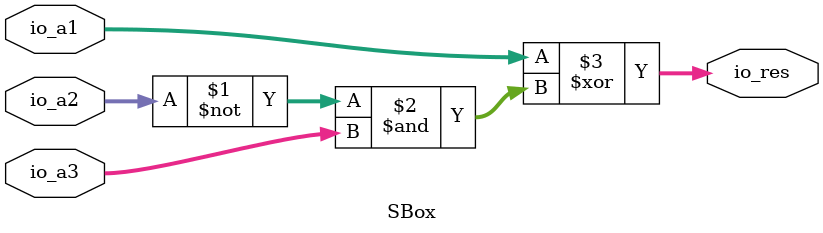
<source format=v>

`timescale 1ns/1ps 

module KECCAK (
  input               io_clk,
  input               io_reset,
  input               io_enable,
  input      [1599:0] io_keccakIn,
  output     [1599:0] io_keccakOut,
  output reg          io_done
);
  localparam States_sIdle = 2'd0;
  localparam States_sExecute = 2'd1;
  localparam States_sDone = 2'd2;

  wire       [1599:0] r_theta_io_thetaOut;
  wire       [1599:0] r_rhopi_io_rhoOut;
  wire       [1599:0] r_chi_io_chiOut;
  wire       [1599:0] r_iota_io_iotaOut;
  wire       [4:0]    _zz_r_roundCounter_valueNext;
  wire       [0:0]    _zz_r_roundCounter_valueNext_1;
  reg        [1599:0] r_state;
  reg                 r_roundCounter_willIncrement;
  reg                 r_roundCounter_willClear;
  reg        [4:0]    r_roundCounter_valueNext;
  reg        [4:0]    r_roundCounter_value;
  wire                r_roundCounter_willOverflowIfInc;
  wire                r_roundCounter_willOverflow;
  wire       [1599:0] r_thetaIn;
  wire       [1599:0] r_thetaOut;
  wire       [1599:0] r_rhoOut;
  wire       [1599:0] r_chiOut;
  wire       [1599:0] r_iotaOut;
  wire       [63:0]   r_current_0_0;
  wire       [63:0]   r_current_0_1;
  wire       [63:0]   r_current_0_2;
  wire       [63:0]   r_current_0_3;
  wire       [63:0]   r_current_0_4;
  wire       [63:0]   r_current_1_0;
  wire       [63:0]   r_current_1_1;
  wire       [63:0]   r_current_1_2;
  wire       [63:0]   r_current_1_3;
  wire       [63:0]   r_current_1_4;
  wire       [63:0]   r_current_2_0;
  wire       [63:0]   r_current_2_1;
  wire       [63:0]   r_current_2_2;
  wire       [63:0]   r_current_2_3;
  wire       [63:0]   r_current_2_4;
  wire       [63:0]   r_current_3_0;
  wire       [63:0]   r_current_3_1;
  wire       [63:0]   r_current_3_2;
  wire       [63:0]   r_current_3_3;
  wire       [63:0]   r_current_3_4;
  wire       [63:0]   r_current_4_0;
  wire       [63:0]   r_current_4_1;
  wire       [63:0]   r_current_4_2;
  wire       [63:0]   r_current_4_3;
  wire       [63:0]   r_current_4_4;
  reg        [1:0]    r_keccakState;
  `ifndef SYNTHESIS
  reg [63:0] r_keccakState_string;
  `endif


  assign _zz_r_roundCounter_valueNext_1 = r_roundCounter_willIncrement;
  assign _zz_r_roundCounter_valueNext = {4'd0, _zz_r_roundCounter_valueNext_1};
  Theta r_theta (
    .io_thetaIn     (r_thetaIn[1599:0]            ), //i
    .io_thetaOut    (r_theta_io_thetaOut[1599:0]  )  //o
  );
  RhoPi r_rhopi (
    .io_rhoIn     (r_thetaOut[1599:0]         ), //i
    .io_rhoOut    (r_rhopi_io_rhoOut[1599:0]  )  //o
  );
  Chi r_chi (
    .io_chiIn     (r_rhoOut[1599:0]         ), //i
    .io_chiOut    (r_chi_io_chiOut[1599:0]  )  //o
  );
  Iota r_iota (
    .io_iotaIn     (r_chiOut[1599:0]           ), //i
    .io_round      (r_roundCounter_value[4:0]  ), //i
    .io_iotaOut    (r_iota_io_iotaOut[1599:0]  )  //o
  );
  `ifndef SYNTHESIS
  always @(*) begin
    case(r_keccakState)
      States_sIdle : r_keccakState_string = "sIdle   ";
      States_sExecute : r_keccakState_string = "sExecute";
      States_sDone : r_keccakState_string = "sDone   ";
      default : r_keccakState_string = "????????";
    endcase
  end
  `endif

  always @(*) begin
    io_done = 1'b0;
    case(r_keccakState)
      States_sIdle : begin
      end
      States_sExecute : begin
      end
      default : begin
        io_done = 1'b1;
      end
    endcase
  end

  always @(*) begin
    r_roundCounter_willIncrement = 1'b0;
    case(r_keccakState)
      States_sIdle : begin
      end
      States_sExecute : begin
        r_roundCounter_willIncrement = 1'b1;
      end
      default : begin
      end
    endcase
  end

  always @(*) begin
    r_roundCounter_willClear = 1'b0;
    case(r_keccakState)
      States_sIdle : begin
        r_roundCounter_willClear = 1'b1;
      end
      States_sExecute : begin
      end
      default : begin
      end
    endcase
  end

  assign r_roundCounter_willOverflowIfInc = (r_roundCounter_value == 5'h17);
  assign r_roundCounter_willOverflow = (r_roundCounter_willOverflowIfInc && r_roundCounter_willIncrement);
  always @(*) begin
    if(r_roundCounter_willOverflow) begin
      r_roundCounter_valueNext = 5'h0;
    end else begin
      r_roundCounter_valueNext = (r_roundCounter_value + _zz_r_roundCounter_valueNext);
    end
    if(r_roundCounter_willClear) begin
      r_roundCounter_valueNext = 5'h0;
    end
  end

  assign r_current_0_0 = r_iotaOut[1599 : 1536];
  assign r_current_0_1 = r_iotaOut[1535 : 1472];
  assign r_current_0_2 = r_iotaOut[1471 : 1408];
  assign r_current_0_3 = r_iotaOut[1407 : 1344];
  assign r_current_0_4 = r_iotaOut[1343 : 1280];
  assign r_current_1_0 = r_iotaOut[1279 : 1216];
  assign r_current_1_1 = r_iotaOut[1215 : 1152];
  assign r_current_1_2 = r_iotaOut[1151 : 1088];
  assign r_current_1_3 = r_iotaOut[1087 : 1024];
  assign r_current_1_4 = r_iotaOut[1023 : 960];
  assign r_current_2_0 = r_iotaOut[959 : 896];
  assign r_current_2_1 = r_iotaOut[895 : 832];
  assign r_current_2_2 = r_iotaOut[831 : 768];
  assign r_current_2_3 = r_iotaOut[767 : 704];
  assign r_current_2_4 = r_iotaOut[703 : 640];
  assign r_current_3_0 = r_iotaOut[639 : 576];
  assign r_current_3_1 = r_iotaOut[575 : 512];
  assign r_current_3_2 = r_iotaOut[511 : 448];
  assign r_current_3_3 = r_iotaOut[447 : 384];
  assign r_current_3_4 = r_iotaOut[383 : 320];
  assign r_current_4_0 = r_iotaOut[319 : 256];
  assign r_current_4_1 = r_iotaOut[255 : 192];
  assign r_current_4_2 = r_iotaOut[191 : 128];
  assign r_current_4_3 = r_iotaOut[127 : 64];
  assign r_current_4_4 = r_iotaOut[63 : 0];
  assign io_keccakOut = r_state;
  assign r_thetaIn = r_state;
  assign r_thetaOut = r_theta_io_thetaOut;
  assign r_rhoOut = r_rhopi_io_rhoOut;
  assign r_chiOut = r_chi_io_chiOut;
  assign r_iotaOut = r_iota_io_iotaOut;
  always @(posedge io_clk or posedge io_reset) begin
    if(io_reset) begin
      r_state <= 1600'h0;
      r_roundCounter_value <= 5'h0;
      r_keccakState <= States_sIdle;
    end else begin
      r_roundCounter_value <= r_roundCounter_valueNext;
      r_state <= r_iotaOut;
      case(r_keccakState)
        States_sIdle : begin
          r_keccakState <= States_sIdle;
          if(io_enable) begin
            r_state <= io_keccakIn;
            r_keccakState <= States_sExecute;
          end
        end
        States_sExecute : begin
          r_keccakState <= States_sExecute;
          if(r_roundCounter_willOverflow) begin
            r_keccakState <= States_sDone;
          end
        end
        default : begin
          r_keccakState <= States_sDone;
        end
      endcase
    end
  end


endmodule

module Iota (
  input      [1599:0] io_iotaIn,
  input      [4:0]    io_round,
  output     [1599:0] io_iotaOut
);

  wire       [63:0]   roundConstant;
  reg        [63:0]   _zz_roundConstant;

  always @(*) begin
    case(io_round)
      5'h0 : begin
        _zz_roundConstant = 64'h0000000000000001;
      end
      5'h01 : begin
        _zz_roundConstant = 64'h0000000000008082;
      end
      5'h02 : begin
        _zz_roundConstant = 64'h800000000000808a;
      end
      5'h03 : begin
        _zz_roundConstant = 64'h8000000080008000;
      end
      5'h04 : begin
        _zz_roundConstant = 64'h000000000000808b;
      end
      5'h05 : begin
        _zz_roundConstant = 64'h0000000080000001;
      end
      5'h06 : begin
        _zz_roundConstant = 64'h8000000080008081;
      end
      5'h07 : begin
        _zz_roundConstant = 64'h8000000000008009;
      end
      5'h08 : begin
        _zz_roundConstant = 64'h000000000000008a;
      end
      5'h09 : begin
        _zz_roundConstant = 64'h0000000000000088;
      end
      5'h0a : begin
        _zz_roundConstant = 64'h0000000080008009;
      end
      5'h0b : begin
        _zz_roundConstant = 64'h000000008000000a;
      end
      5'h0c : begin
        _zz_roundConstant = 64'h000000008000808b;
      end
      5'h0d : begin
        _zz_roundConstant = 64'h800000000000008b;
      end
      5'h0e : begin
        _zz_roundConstant = 64'h8000000000008089;
      end
      5'h0f : begin
        _zz_roundConstant = 64'h8000000000008003;
      end
      5'h10 : begin
        _zz_roundConstant = 64'h8000000000008002;
      end
      5'h11 : begin
        _zz_roundConstant = 64'h8000000000000080;
      end
      5'h12 : begin
        _zz_roundConstant = 64'h000000000000800a;
      end
      5'h13 : begin
        _zz_roundConstant = 64'h800000008000000a;
      end
      5'h14 : begin
        _zz_roundConstant = 64'h8000000080008081;
      end
      5'h15 : begin
        _zz_roundConstant = 64'h8000000000008080;
      end
      5'h16 : begin
        _zz_roundConstant = 64'h0000000080000001;
      end
      5'h17 : begin
        _zz_roundConstant = 64'h8000000080008008;
      end
      default : begin
        _zz_roundConstant = 64'h0;
      end
    endcase
  end

  assign roundConstant = _zz_roundConstant;
  assign io_iotaOut = {(io_iotaIn[1599 : 1536] ^ roundConstant),io_iotaIn[1535 : 0]};

endmodule

module Chi (
  input      [1599:0] io_chiIn,
  output reg [1599:0] io_chiOut
);

  wire       [63:0]   sBox_25_io_a1;
  wire       [63:0]   sBox_25_io_a2;
  wire       [63:0]   sBox_25_io_a3;
  wire       [63:0]   sBox_26_io_a1;
  wire       [63:0]   sBox_26_io_a2;
  wire       [63:0]   sBox_26_io_a3;
  wire       [63:0]   sBox_27_io_a1;
  wire       [63:0]   sBox_27_io_a2;
  wire       [63:0]   sBox_27_io_a3;
  wire       [63:0]   sBox_28_io_a1;
  wire       [63:0]   sBox_28_io_a2;
  wire       [63:0]   sBox_28_io_a3;
  wire       [63:0]   sBox_29_io_a1;
  wire       [63:0]   sBox_29_io_a2;
  wire       [63:0]   sBox_29_io_a3;
  wire       [63:0]   sBox_30_io_a1;
  wire       [63:0]   sBox_30_io_a2;
  wire       [63:0]   sBox_30_io_a3;
  wire       [63:0]   sBox_31_io_a1;
  wire       [63:0]   sBox_31_io_a2;
  wire       [63:0]   sBox_31_io_a3;
  wire       [63:0]   sBox_32_io_a1;
  wire       [63:0]   sBox_32_io_a2;
  wire       [63:0]   sBox_32_io_a3;
  wire       [63:0]   sBox_33_io_a1;
  wire       [63:0]   sBox_33_io_a2;
  wire       [63:0]   sBox_33_io_a3;
  wire       [63:0]   sBox_34_io_a1;
  wire       [63:0]   sBox_34_io_a2;
  wire       [63:0]   sBox_34_io_a3;
  wire       [63:0]   sBox_35_io_a1;
  wire       [63:0]   sBox_35_io_a2;
  wire       [63:0]   sBox_35_io_a3;
  wire       [63:0]   sBox_36_io_a1;
  wire       [63:0]   sBox_36_io_a2;
  wire       [63:0]   sBox_36_io_a3;
  wire       [63:0]   sBox_37_io_a1;
  wire       [63:0]   sBox_37_io_a2;
  wire       [63:0]   sBox_37_io_a3;
  wire       [63:0]   sBox_38_io_a1;
  wire       [63:0]   sBox_38_io_a2;
  wire       [63:0]   sBox_38_io_a3;
  wire       [63:0]   sBox_39_io_a1;
  wire       [63:0]   sBox_39_io_a2;
  wire       [63:0]   sBox_39_io_a3;
  wire       [63:0]   sBox_40_io_a1;
  wire       [63:0]   sBox_40_io_a2;
  wire       [63:0]   sBox_40_io_a3;
  wire       [63:0]   sBox_41_io_a1;
  wire       [63:0]   sBox_41_io_a2;
  wire       [63:0]   sBox_41_io_a3;
  wire       [63:0]   sBox_42_io_a1;
  wire       [63:0]   sBox_42_io_a2;
  wire       [63:0]   sBox_42_io_a3;
  wire       [63:0]   sBox_43_io_a1;
  wire       [63:0]   sBox_43_io_a2;
  wire       [63:0]   sBox_43_io_a3;
  wire       [63:0]   sBox_44_io_a1;
  wire       [63:0]   sBox_44_io_a2;
  wire       [63:0]   sBox_44_io_a3;
  wire       [63:0]   sBox_45_io_a1;
  wire       [63:0]   sBox_45_io_a2;
  wire       [63:0]   sBox_45_io_a3;
  wire       [63:0]   sBox_46_io_a1;
  wire       [63:0]   sBox_46_io_a2;
  wire       [63:0]   sBox_46_io_a3;
  wire       [63:0]   sBox_47_io_a1;
  wire       [63:0]   sBox_47_io_a2;
  wire       [63:0]   sBox_47_io_a3;
  wire       [63:0]   sBox_48_io_a1;
  wire       [63:0]   sBox_48_io_a2;
  wire       [63:0]   sBox_48_io_a3;
  wire       [63:0]   sBox_49_io_a1;
  wire       [63:0]   sBox_49_io_a2;
  wire       [63:0]   sBox_49_io_a3;
  wire       [63:0]   sBox_25_io_res;
  wire       [63:0]   sBox_26_io_res;
  wire       [63:0]   sBox_27_io_res;
  wire       [63:0]   sBox_28_io_res;
  wire       [63:0]   sBox_29_io_res;
  wire       [63:0]   sBox_30_io_res;
  wire       [63:0]   sBox_31_io_res;
  wire       [63:0]   sBox_32_io_res;
  wire       [63:0]   sBox_33_io_res;
  wire       [63:0]   sBox_34_io_res;
  wire       [63:0]   sBox_35_io_res;
  wire       [63:0]   sBox_36_io_res;
  wire       [63:0]   sBox_37_io_res;
  wire       [63:0]   sBox_38_io_res;
  wire       [63:0]   sBox_39_io_res;
  wire       [63:0]   sBox_40_io_res;
  wire       [63:0]   sBox_41_io_res;
  wire       [63:0]   sBox_42_io_res;
  wire       [63:0]   sBox_43_io_res;
  wire       [63:0]   sBox_44_io_res;
  wire       [63:0]   sBox_45_io_res;
  wire       [63:0]   sBox_46_io_res;
  wire       [63:0]   sBox_47_io_res;
  wire       [63:0]   sBox_48_io_res;
  wire       [63:0]   sBox_49_io_res;

  SBox sBox_25 (
    .io_a1     (sBox_25_io_a1[63:0]   ), //i
    .io_a2     (sBox_25_io_a2[63:0]   ), //i
    .io_a3     (sBox_25_io_a3[63:0]   ), //i
    .io_res    (sBox_25_io_res[63:0]  )  //o
  );
  SBox sBox_26 (
    .io_a1     (sBox_26_io_a1[63:0]   ), //i
    .io_a2     (sBox_26_io_a2[63:0]   ), //i
    .io_a3     (sBox_26_io_a3[63:0]   ), //i
    .io_res    (sBox_26_io_res[63:0]  )  //o
  );
  SBox sBox_27 (
    .io_a1     (sBox_27_io_a1[63:0]   ), //i
    .io_a2     (sBox_27_io_a2[63:0]   ), //i
    .io_a3     (sBox_27_io_a3[63:0]   ), //i
    .io_res    (sBox_27_io_res[63:0]  )  //o
  );
  SBox sBox_28 (
    .io_a1     (sBox_28_io_a1[63:0]   ), //i
    .io_a2     (sBox_28_io_a2[63:0]   ), //i
    .io_a3     (sBox_28_io_a3[63:0]   ), //i
    .io_res    (sBox_28_io_res[63:0]  )  //o
  );
  SBox sBox_29 (
    .io_a1     (sBox_29_io_a1[63:0]   ), //i
    .io_a2     (sBox_29_io_a2[63:0]   ), //i
    .io_a3     (sBox_29_io_a3[63:0]   ), //i
    .io_res    (sBox_29_io_res[63:0]  )  //o
  );
  SBox sBox_30 (
    .io_a1     (sBox_30_io_a1[63:0]   ), //i
    .io_a2     (sBox_30_io_a2[63:0]   ), //i
    .io_a3     (sBox_30_io_a3[63:0]   ), //i
    .io_res    (sBox_30_io_res[63:0]  )  //o
  );
  SBox sBox_31 (
    .io_a1     (sBox_31_io_a1[63:0]   ), //i
    .io_a2     (sBox_31_io_a2[63:0]   ), //i
    .io_a3     (sBox_31_io_a3[63:0]   ), //i
    .io_res    (sBox_31_io_res[63:0]  )  //o
  );
  SBox sBox_32 (
    .io_a1     (sBox_32_io_a1[63:0]   ), //i
    .io_a2     (sBox_32_io_a2[63:0]   ), //i
    .io_a3     (sBox_32_io_a3[63:0]   ), //i
    .io_res    (sBox_32_io_res[63:0]  )  //o
  );
  SBox sBox_33 (
    .io_a1     (sBox_33_io_a1[63:0]   ), //i
    .io_a2     (sBox_33_io_a2[63:0]   ), //i
    .io_a3     (sBox_33_io_a3[63:0]   ), //i
    .io_res    (sBox_33_io_res[63:0]  )  //o
  );
  SBox sBox_34 (
    .io_a1     (sBox_34_io_a1[63:0]   ), //i
    .io_a2     (sBox_34_io_a2[63:0]   ), //i
    .io_a3     (sBox_34_io_a3[63:0]   ), //i
    .io_res    (sBox_34_io_res[63:0]  )  //o
  );
  SBox sBox_35 (
    .io_a1     (sBox_35_io_a1[63:0]   ), //i
    .io_a2     (sBox_35_io_a2[63:0]   ), //i
    .io_a3     (sBox_35_io_a3[63:0]   ), //i
    .io_res    (sBox_35_io_res[63:0]  )  //o
  );
  SBox sBox_36 (
    .io_a1     (sBox_36_io_a1[63:0]   ), //i
    .io_a2     (sBox_36_io_a2[63:0]   ), //i
    .io_a3     (sBox_36_io_a3[63:0]   ), //i
    .io_res    (sBox_36_io_res[63:0]  )  //o
  );
  SBox sBox_37 (
    .io_a1     (sBox_37_io_a1[63:0]   ), //i
    .io_a2     (sBox_37_io_a2[63:0]   ), //i
    .io_a3     (sBox_37_io_a3[63:0]   ), //i
    .io_res    (sBox_37_io_res[63:0]  )  //o
  );
  SBox sBox_38 (
    .io_a1     (sBox_38_io_a1[63:0]   ), //i
    .io_a2     (sBox_38_io_a2[63:0]   ), //i
    .io_a3     (sBox_38_io_a3[63:0]   ), //i
    .io_res    (sBox_38_io_res[63:0]  )  //o
  );
  SBox sBox_39 (
    .io_a1     (sBox_39_io_a1[63:0]   ), //i
    .io_a2     (sBox_39_io_a2[63:0]   ), //i
    .io_a3     (sBox_39_io_a3[63:0]   ), //i
    .io_res    (sBox_39_io_res[63:0]  )  //o
  );
  SBox sBox_40 (
    .io_a1     (sBox_40_io_a1[63:0]   ), //i
    .io_a2     (sBox_40_io_a2[63:0]   ), //i
    .io_a3     (sBox_40_io_a3[63:0]   ), //i
    .io_res    (sBox_40_io_res[63:0]  )  //o
  );
  SBox sBox_41 (
    .io_a1     (sBox_41_io_a1[63:0]   ), //i
    .io_a2     (sBox_41_io_a2[63:0]   ), //i
    .io_a3     (sBox_41_io_a3[63:0]   ), //i
    .io_res    (sBox_41_io_res[63:0]  )  //o
  );
  SBox sBox_42 (
    .io_a1     (sBox_42_io_a1[63:0]   ), //i
    .io_a2     (sBox_42_io_a2[63:0]   ), //i
    .io_a3     (sBox_42_io_a3[63:0]   ), //i
    .io_res    (sBox_42_io_res[63:0]  )  //o
  );
  SBox sBox_43 (
    .io_a1     (sBox_43_io_a1[63:0]   ), //i
    .io_a2     (sBox_43_io_a2[63:0]   ), //i
    .io_a3     (sBox_43_io_a3[63:0]   ), //i
    .io_res    (sBox_43_io_res[63:0]  )  //o
  );
  SBox sBox_44 (
    .io_a1     (sBox_44_io_a1[63:0]   ), //i
    .io_a2     (sBox_44_io_a2[63:0]   ), //i
    .io_a3     (sBox_44_io_a3[63:0]   ), //i
    .io_res    (sBox_44_io_res[63:0]  )  //o
  );
  SBox sBox_45 (
    .io_a1     (sBox_45_io_a1[63:0]   ), //i
    .io_a2     (sBox_45_io_a2[63:0]   ), //i
    .io_a3     (sBox_45_io_a3[63:0]   ), //i
    .io_res    (sBox_45_io_res[63:0]  )  //o
  );
  SBox sBox_46 (
    .io_a1     (sBox_46_io_a1[63:0]   ), //i
    .io_a2     (sBox_46_io_a2[63:0]   ), //i
    .io_a3     (sBox_46_io_a3[63:0]   ), //i
    .io_res    (sBox_46_io_res[63:0]  )  //o
  );
  SBox sBox_47 (
    .io_a1     (sBox_47_io_a1[63:0]   ), //i
    .io_a2     (sBox_47_io_a2[63:0]   ), //i
    .io_a3     (sBox_47_io_a3[63:0]   ), //i
    .io_res    (sBox_47_io_res[63:0]  )  //o
  );
  SBox sBox_48 (
    .io_a1     (sBox_48_io_a1[63:0]   ), //i
    .io_a2     (sBox_48_io_a2[63:0]   ), //i
    .io_a3     (sBox_48_io_a3[63:0]   ), //i
    .io_res    (sBox_48_io_res[63:0]  )  //o
  );
  SBox sBox_49 (
    .io_a1     (sBox_49_io_a1[63:0]   ), //i
    .io_a2     (sBox_49_io_a2[63:0]   ), //i
    .io_a3     (sBox_49_io_a3[63:0]   ), //i
    .io_res    (sBox_49_io_res[63:0]  )  //o
  );
  assign sBox_25_io_a1 = io_chiIn[1599 : 1536];
  assign sBox_25_io_a2 = io_chiIn[1535 : 1472];
  assign sBox_25_io_a3 = io_chiIn[1471 : 1408];
  always @(*) begin
    io_chiOut[1599 : 1536] = sBox_25_io_res;
    io_chiOut[1535 : 1472] = sBox_26_io_res;
    io_chiOut[1471 : 1408] = sBox_27_io_res;
    io_chiOut[1407 : 1344] = sBox_28_io_res;
    io_chiOut[1343 : 1280] = sBox_29_io_res;
    io_chiOut[1279 : 1216] = sBox_30_io_res;
    io_chiOut[1215 : 1152] = sBox_31_io_res;
    io_chiOut[1151 : 1088] = sBox_32_io_res;
    io_chiOut[1087 : 1024] = sBox_33_io_res;
    io_chiOut[1023 : 960] = sBox_34_io_res;
    io_chiOut[959 : 896] = sBox_35_io_res;
    io_chiOut[895 : 832] = sBox_36_io_res;
    io_chiOut[831 : 768] = sBox_37_io_res;
    io_chiOut[767 : 704] = sBox_38_io_res;
    io_chiOut[703 : 640] = sBox_39_io_res;
    io_chiOut[639 : 576] = sBox_40_io_res;
    io_chiOut[575 : 512] = sBox_41_io_res;
    io_chiOut[511 : 448] = sBox_42_io_res;
    io_chiOut[447 : 384] = sBox_43_io_res;
    io_chiOut[383 : 320] = sBox_44_io_res;
    io_chiOut[319 : 256] = sBox_45_io_res;
    io_chiOut[255 : 192] = sBox_46_io_res;
    io_chiOut[191 : 128] = sBox_47_io_res;
    io_chiOut[127 : 64] = sBox_48_io_res;
    io_chiOut[63 : 0] = sBox_49_io_res;
  end

  assign sBox_26_io_a1 = io_chiIn[1535 : 1472];
  assign sBox_26_io_a2 = io_chiIn[1471 : 1408];
  assign sBox_26_io_a3 = io_chiIn[1407 : 1344];
  assign sBox_27_io_a1 = io_chiIn[1471 : 1408];
  assign sBox_27_io_a2 = io_chiIn[1407 : 1344];
  assign sBox_27_io_a3 = io_chiIn[1343 : 1280];
  assign sBox_28_io_a1 = io_chiIn[1407 : 1344];
  assign sBox_28_io_a2 = io_chiIn[1343 : 1280];
  assign sBox_28_io_a3 = io_chiIn[1599 : 1536];
  assign sBox_29_io_a1 = io_chiIn[1343 : 1280];
  assign sBox_29_io_a2 = io_chiIn[1599 : 1536];
  assign sBox_29_io_a3 = io_chiIn[1535 : 1472];
  assign sBox_30_io_a1 = io_chiIn[1279 : 1216];
  assign sBox_30_io_a2 = io_chiIn[1215 : 1152];
  assign sBox_30_io_a3 = io_chiIn[1151 : 1088];
  assign sBox_31_io_a1 = io_chiIn[1215 : 1152];
  assign sBox_31_io_a2 = io_chiIn[1151 : 1088];
  assign sBox_31_io_a3 = io_chiIn[1087 : 1024];
  assign sBox_32_io_a1 = io_chiIn[1151 : 1088];
  assign sBox_32_io_a2 = io_chiIn[1087 : 1024];
  assign sBox_32_io_a3 = io_chiIn[1023 : 960];
  assign sBox_33_io_a1 = io_chiIn[1087 : 1024];
  assign sBox_33_io_a2 = io_chiIn[1023 : 960];
  assign sBox_33_io_a3 = io_chiIn[1279 : 1216];
  assign sBox_34_io_a1 = io_chiIn[1023 : 960];
  assign sBox_34_io_a2 = io_chiIn[1279 : 1216];
  assign sBox_34_io_a3 = io_chiIn[1215 : 1152];
  assign sBox_35_io_a1 = io_chiIn[959 : 896];
  assign sBox_35_io_a2 = io_chiIn[895 : 832];
  assign sBox_35_io_a3 = io_chiIn[831 : 768];
  assign sBox_36_io_a1 = io_chiIn[895 : 832];
  assign sBox_36_io_a2 = io_chiIn[831 : 768];
  assign sBox_36_io_a3 = io_chiIn[767 : 704];
  assign sBox_37_io_a1 = io_chiIn[831 : 768];
  assign sBox_37_io_a2 = io_chiIn[767 : 704];
  assign sBox_37_io_a3 = io_chiIn[703 : 640];
  assign sBox_38_io_a1 = io_chiIn[767 : 704];
  assign sBox_38_io_a2 = io_chiIn[703 : 640];
  assign sBox_38_io_a3 = io_chiIn[959 : 896];
  assign sBox_39_io_a1 = io_chiIn[703 : 640];
  assign sBox_39_io_a2 = io_chiIn[959 : 896];
  assign sBox_39_io_a3 = io_chiIn[895 : 832];
  assign sBox_40_io_a1 = io_chiIn[639 : 576];
  assign sBox_40_io_a2 = io_chiIn[575 : 512];
  assign sBox_40_io_a3 = io_chiIn[511 : 448];
  assign sBox_41_io_a1 = io_chiIn[575 : 512];
  assign sBox_41_io_a2 = io_chiIn[511 : 448];
  assign sBox_41_io_a3 = io_chiIn[447 : 384];
  assign sBox_42_io_a1 = io_chiIn[511 : 448];
  assign sBox_42_io_a2 = io_chiIn[447 : 384];
  assign sBox_42_io_a3 = io_chiIn[383 : 320];
  assign sBox_43_io_a1 = io_chiIn[447 : 384];
  assign sBox_43_io_a2 = io_chiIn[383 : 320];
  assign sBox_43_io_a3 = io_chiIn[639 : 576];
  assign sBox_44_io_a1 = io_chiIn[383 : 320];
  assign sBox_44_io_a2 = io_chiIn[639 : 576];
  assign sBox_44_io_a3 = io_chiIn[575 : 512];
  assign sBox_45_io_a1 = io_chiIn[319 : 256];
  assign sBox_45_io_a2 = io_chiIn[255 : 192];
  assign sBox_45_io_a3 = io_chiIn[191 : 128];
  assign sBox_46_io_a1 = io_chiIn[255 : 192];
  assign sBox_46_io_a2 = io_chiIn[191 : 128];
  assign sBox_46_io_a3 = io_chiIn[127 : 64];
  assign sBox_47_io_a1 = io_chiIn[191 : 128];
  assign sBox_47_io_a2 = io_chiIn[127 : 64];
  assign sBox_47_io_a3 = io_chiIn[63 : 0];
  assign sBox_48_io_a1 = io_chiIn[127 : 64];
  assign sBox_48_io_a2 = io_chiIn[63 : 0];
  assign sBox_48_io_a3 = io_chiIn[319 : 256];
  assign sBox_49_io_a1 = io_chiIn[63 : 0];
  assign sBox_49_io_a2 = io_chiIn[319 : 256];
  assign sBox_49_io_a3 = io_chiIn[255 : 192];

endmodule

module RhoPi (
  input      [1599:0] io_rhoIn,
  output reg [1599:0] io_rhoOut
);

  wire       [63:0]   _zz_io_rhoOut_24;
  wire       [63:0]   _zz_io_rhoOut;
  wire       [63:0]   _zz_io_rhoOut_1;
  wire       [63:0]   _zz_io_rhoOut_2;
  wire       [63:0]   _zz_io_rhoOut_3;
  wire       [63:0]   _zz_io_rhoOut_4;
  wire       [63:0]   _zz_io_rhoOut_5;
  wire       [63:0]   _zz_io_rhoOut_6;
  wire       [63:0]   _zz_io_rhoOut_7;
  wire       [63:0]   _zz_io_rhoOut_8;
  wire       [63:0]   _zz_io_rhoOut_9;
  wire       [63:0]   _zz_io_rhoOut_10;
  wire       [63:0]   _zz_io_rhoOut_11;
  wire       [63:0]   _zz_io_rhoOut_12;
  wire       [63:0]   _zz_io_rhoOut_13;
  wire       [63:0]   _zz_io_rhoOut_14;
  wire       [63:0]   _zz_io_rhoOut_15;
  wire       [63:0]   _zz_io_rhoOut_16;
  wire       [63:0]   _zz_io_rhoOut_17;
  wire       [63:0]   _zz_io_rhoOut_18;
  wire       [63:0]   _zz_io_rhoOut_19;
  wire       [63:0]   _zz_io_rhoOut_20;
  wire       [63:0]   _zz_io_rhoOut_21;
  wire       [63:0]   _zz_io_rhoOut_22;
  wire       [63:0]   _zz_io_rhoOut_23;

  assign _zz_io_rhoOut_24 = io_rhoIn[1599 : 1536];
  always @(*) begin
    io_rhoOut[1599 : 1536] = _zz_io_rhoOut_24[63 : 0];
    io_rhoOut[1535 : 1472] = {_zz_io_rhoOut[19 : 0],_zz_io_rhoOut[63 : 20]};
    io_rhoOut[1471 : 1408] = {_zz_io_rhoOut_1[20 : 0],_zz_io_rhoOut_1[63 : 21]};
    io_rhoOut[1407 : 1344] = {_zz_io_rhoOut_2[42 : 0],_zz_io_rhoOut_2[63 : 43]};
    io_rhoOut[1343 : 1280] = {_zz_io_rhoOut_3[49 : 0],_zz_io_rhoOut_3[63 : 50]};
    io_rhoOut[1279 : 1216] = {_zz_io_rhoOut_4[35 : 0],_zz_io_rhoOut_4[63 : 36]};
    io_rhoOut[1215 : 1152] = {_zz_io_rhoOut_5[43 : 0],_zz_io_rhoOut_5[63 : 44]};
    io_rhoOut[1151 : 1088] = {_zz_io_rhoOut_6[60 : 0],_zz_io_rhoOut_6[63 : 61]};
    io_rhoOut[1087 : 1024] = {_zz_io_rhoOut_7[18 : 0],_zz_io_rhoOut_7[63 : 19]};
    io_rhoOut[1023 : 960] = {_zz_io_rhoOut_8[2 : 0],_zz_io_rhoOut_8[63 : 3]};
    io_rhoOut[959 : 896] = {_zz_io_rhoOut_9[62 : 0],_zz_io_rhoOut_9[63 : 63]};
    io_rhoOut[895 : 832] = {_zz_io_rhoOut_10[57 : 0],_zz_io_rhoOut_10[63 : 58]};
    io_rhoOut[831 : 768] = {_zz_io_rhoOut_11[38 : 0],_zz_io_rhoOut_11[63 : 39]};
    io_rhoOut[767 : 704] = {_zz_io_rhoOut_12[55 : 0],_zz_io_rhoOut_12[63 : 56]};
    io_rhoOut[703 : 640] = {_zz_io_rhoOut_13[45 : 0],_zz_io_rhoOut_13[63 : 46]};
    io_rhoOut[639 : 576] = {_zz_io_rhoOut_14[36 : 0],_zz_io_rhoOut_14[63 : 37]};
    io_rhoOut[575 : 512] = {_zz_io_rhoOut_15[27 : 0],_zz_io_rhoOut_15[63 : 28]};
    io_rhoOut[511 : 448] = {_zz_io_rhoOut_16[53 : 0],_zz_io_rhoOut_16[63 : 54]};
    io_rhoOut[447 : 384] = {_zz_io_rhoOut_17[48 : 0],_zz_io_rhoOut_17[63 : 49]};
    io_rhoOut[383 : 320] = {_zz_io_rhoOut_18[7 : 0],_zz_io_rhoOut_18[63 : 8]};
    io_rhoOut[319 : 256] = {_zz_io_rhoOut_19[1 : 0],_zz_io_rhoOut_19[63 : 2]};
    io_rhoOut[255 : 192] = {_zz_io_rhoOut_20[8 : 0],_zz_io_rhoOut_20[63 : 9]};
    io_rhoOut[191 : 128] = {_zz_io_rhoOut_21[24 : 0],_zz_io_rhoOut_21[63 : 25]};
    io_rhoOut[127 : 64] = {_zz_io_rhoOut_22[22 : 0],_zz_io_rhoOut_22[63 : 23]};
    io_rhoOut[63 : 0] = {_zz_io_rhoOut_23[61 : 0],_zz_io_rhoOut_23[63 : 62]};
  end

  assign _zz_io_rhoOut = io_rhoIn[1215 : 1152];
  assign _zz_io_rhoOut_1 = io_rhoIn[831 : 768];
  assign _zz_io_rhoOut_2 = io_rhoIn[447 : 384];
  assign _zz_io_rhoOut_3 = io_rhoIn[63 : 0];
  assign _zz_io_rhoOut_4 = io_rhoIn[1407 : 1344];
  assign _zz_io_rhoOut_5 = io_rhoIn[1023 : 960];
  assign _zz_io_rhoOut_6 = io_rhoIn[959 : 896];
  assign _zz_io_rhoOut_7 = io_rhoIn[575 : 512];
  assign _zz_io_rhoOut_8 = io_rhoIn[191 : 128];
  assign _zz_io_rhoOut_9 = io_rhoIn[1535 : 1472];
  assign _zz_io_rhoOut_10 = io_rhoIn[1151 : 1088];
  assign _zz_io_rhoOut_11 = io_rhoIn[767 : 704];
  assign _zz_io_rhoOut_12 = io_rhoIn[383 : 320];
  assign _zz_io_rhoOut_13 = io_rhoIn[319 : 256];
  assign _zz_io_rhoOut_14 = io_rhoIn[1343 : 1280];
  assign _zz_io_rhoOut_15 = io_rhoIn[1279 : 1216];
  assign _zz_io_rhoOut_16 = io_rhoIn[895 : 832];
  assign _zz_io_rhoOut_17 = io_rhoIn[511 : 448];
  assign _zz_io_rhoOut_18 = io_rhoIn[127 : 64];
  assign _zz_io_rhoOut_19 = io_rhoIn[1471 : 1408];
  assign _zz_io_rhoOut_20 = io_rhoIn[1087 : 1024];
  assign _zz_io_rhoOut_21 = io_rhoIn[703 : 640];
  assign _zz_io_rhoOut_22 = io_rhoIn[639 : 576];
  assign _zz_io_rhoOut_23 = io_rhoIn[255 : 192];

endmodule

module Theta (
  input      [1599:0] io_thetaIn,
  output reg [1599:0] io_thetaOut
);

  wire       [319:0]  b;
  reg        [319:0]  d;
  wire       [63:0]   _zz_d;
  wire       [63:0]   _zz_d_1;
  wire       [63:0]   _zz_d_2;
  wire       [63:0]   _zz_d_3;
  wire       [63:0]   _zz_d_4;

  assign b = ((((io_thetaIn[1599 : 1280] ^ io_thetaIn[1279 : 960]) ^ io_thetaIn[959 : 640]) ^ io_thetaIn[639 : 320]) ^ io_thetaIn[319 : 0]);
  assign _zz_d = b[255 : 192];
  always @(*) begin
    d[319 : 256] = (b[63 : 0] ^ {_zz_d[62 : 0],_zz_d[63 : 63]});
    d[255 : 192] = (b[319 : 256] ^ {_zz_d_1[62 : 0],_zz_d_1[63 : 63]});
    d[191 : 128] = (b[255 : 192] ^ {_zz_d_2[62 : 0],_zz_d_2[63 : 63]});
    d[127 : 64] = (b[191 : 128] ^ {_zz_d_3[62 : 0],_zz_d_3[63 : 63]});
    d[63 : 0] = (b[127 : 64] ^ {_zz_d_4[62 : 0],_zz_d_4[63 : 63]});
  end

  assign _zz_d_1 = b[191 : 128];
  assign _zz_d_2 = b[127 : 64];
  assign _zz_d_3 = b[63 : 0];
  assign _zz_d_4 = b[319 : 256];
  always @(*) begin
    io_thetaOut[1599 : 1536] = (io_thetaIn[1599 : 1536] ^ d[319 : 256]);
    io_thetaOut[1535 : 1472] = (io_thetaIn[1535 : 1472] ^ d[255 : 192]);
    io_thetaOut[1471 : 1408] = (io_thetaIn[1471 : 1408] ^ d[191 : 128]);
    io_thetaOut[1407 : 1344] = (io_thetaIn[1407 : 1344] ^ d[127 : 64]);
    io_thetaOut[1343 : 1280] = (io_thetaIn[1343 : 1280] ^ d[63 : 0]);
    io_thetaOut[1279 : 1216] = (io_thetaIn[1279 : 1216] ^ d[319 : 256]);
    io_thetaOut[1215 : 1152] = (io_thetaIn[1215 : 1152] ^ d[255 : 192]);
    io_thetaOut[1151 : 1088] = (io_thetaIn[1151 : 1088] ^ d[191 : 128]);
    io_thetaOut[1087 : 1024] = (io_thetaIn[1087 : 1024] ^ d[127 : 64]);
    io_thetaOut[1023 : 960] = (io_thetaIn[1023 : 960] ^ d[63 : 0]);
    io_thetaOut[959 : 896] = (io_thetaIn[959 : 896] ^ d[319 : 256]);
    io_thetaOut[895 : 832] = (io_thetaIn[895 : 832] ^ d[255 : 192]);
    io_thetaOut[831 : 768] = (io_thetaIn[831 : 768] ^ d[191 : 128]);
    io_thetaOut[767 : 704] = (io_thetaIn[767 : 704] ^ d[127 : 64]);
    io_thetaOut[703 : 640] = (io_thetaIn[703 : 640] ^ d[63 : 0]);
    io_thetaOut[639 : 576] = (io_thetaIn[639 : 576] ^ d[319 : 256]);
    io_thetaOut[575 : 512] = (io_thetaIn[575 : 512] ^ d[255 : 192]);
    io_thetaOut[511 : 448] = (io_thetaIn[511 : 448] ^ d[191 : 128]);
    io_thetaOut[447 : 384] = (io_thetaIn[447 : 384] ^ d[127 : 64]);
    io_thetaOut[383 : 320] = (io_thetaIn[383 : 320] ^ d[63 : 0]);
    io_thetaOut[319 : 256] = (io_thetaIn[319 : 256] ^ d[319 : 256]);
    io_thetaOut[255 : 192] = (io_thetaIn[255 : 192] ^ d[255 : 192]);
    io_thetaOut[191 : 128] = (io_thetaIn[191 : 128] ^ d[191 : 128]);
    io_thetaOut[127 : 64] = (io_thetaIn[127 : 64] ^ d[127 : 64]);
    io_thetaOut[63 : 0] = (io_thetaIn[63 : 0] ^ d[63 : 0]);
  end


endmodule

//SBox replaced by SBox

//SBox replaced by SBox

//SBox replaced by SBox

//SBox replaced by SBox

//SBox replaced by SBox

//SBox replaced by SBox

//SBox replaced by SBox

//SBox replaced by SBox

//SBox replaced by SBox

//SBox replaced by SBox

//SBox replaced by SBox

//SBox replaced by SBox

//SBox replaced by SBox

//SBox replaced by SBox

//SBox replaced by SBox

//SBox replaced by SBox

//SBox replaced by SBox

//SBox replaced by SBox

//SBox replaced by SBox

//SBox replaced by SBox

//SBox replaced by SBox

//SBox replaced by SBox

//SBox replaced by SBox

//SBox replaced by SBox

module SBox (
  input      [63:0]   io_a1,
  input      [63:0]   io_a2,
  input      [63:0]   io_a3,
  output     [63:0]   io_res
);


  assign io_res = (io_a1 ^ ((~ io_a2) & io_a3));

endmodule

</source>
